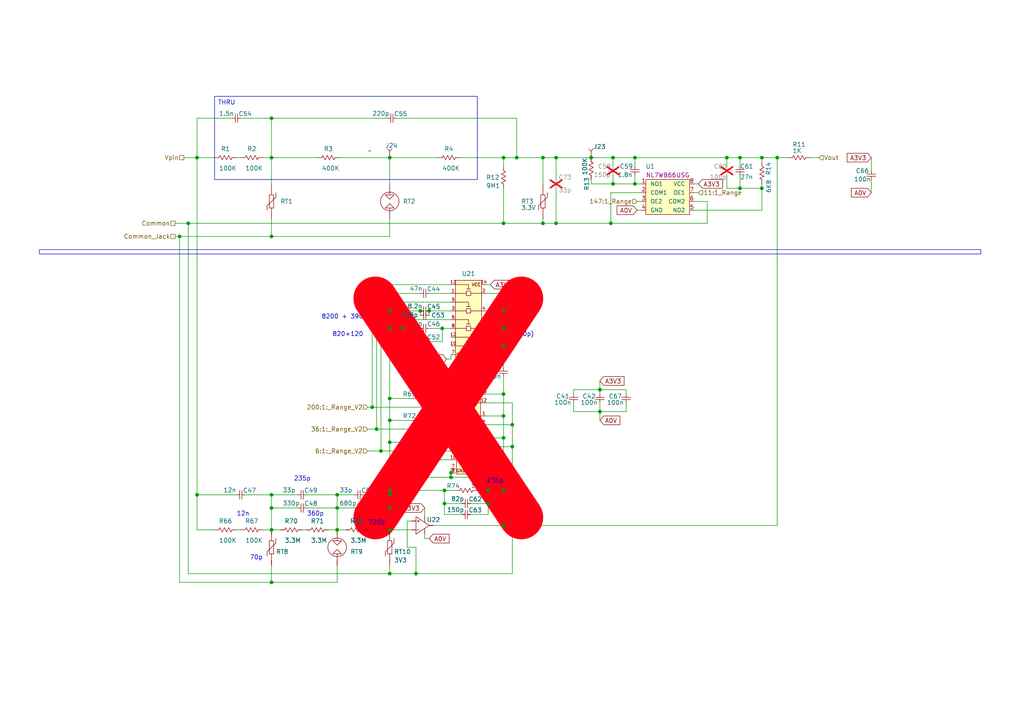
<source format=kicad_sch>
(kicad_sch (version 20231120) (generator "eeschema") (generator_version "8.0")
  (paper "A4")
  (lib_symbols
    (symbol "AADuffy:2045-07-BLF" (pin_names (offset 1.27))
      (property "Reference" "RV" (at -3.81 2.54 0))
      (symbol "2045-07-BLF_0_1"
        (polyline (pts (xy -3.81 0) (xy -1.905 0)))
        (polyline (pts (xy 1.905 0) (xy 3.81 0)))
        (polyline (pts (xy -0.635 0) (xy -1.905 1.27) (xy -1.905 -1.27) (xy -0.635 0)))
        (polyline (pts (xy 0.635 0) (xy 1.905 1.27) (xy 1.905 -1.27) (xy 0.635 0)))
        (circle (center 0 0) (radius 2.6941))
      )
      (symbol "2045-07-BLF_1_1"
        (pin passive line (at -5.08 0 0) (length 1.27) (name "1") (number "1"))
        (pin passive line (at 5.08 0 180) (length 1.27) (name "2") (number "2"))
      )
    )
    (symbol "AADuffy:74VHC4053AFT" (pin_names (offset 1.27))
      (property "Reference" "U" (at -3.81 4.445 0))
      (symbol "74VHC4053AFT_0_1"
        (rectangle (start -0.635 -9.525) (end 0.635 -13.335))
        (rectangle (start -0.635 -3.175) (end 0.635 -6.985))
        (rectangle (start -0.635 3.175) (end 0.635 -0.635))
        (polyline (pts (xy -3.81 -12.7) (xy -0.635 -12.7)))
        (polyline (pts (xy -3.81 -10.16) (xy -0.635 -10.16)))
        (polyline (pts (xy -3.81 -6.35) (xy -0.635 -6.35)))
        (polyline (pts (xy -3.81 -3.81) (xy -0.635 -3.81)))
        (polyline (pts (xy -3.81 0) (xy -0.635 0)))
        (polyline (pts (xy -3.81 2.54) (xy -0.635 2.54)))
        (polyline (pts (xy 3.81 -11.43) (xy 0.635 -11.43)))
        (polyline (pts (xy 3.81 -5.08) (xy 0.635 -5.08)))
        (polyline (pts (xy 3.81 1.27) (xy 0.635 1.27)))
        (polyline (pts (xy 0 -13.335) (xy 0 -13.97) (xy 3.81 -13.97)))
        (polyline (pts (xy 0 -6.985) (xy 0 -7.62) (xy 3.81 -7.62)))
        (polyline (pts (xy 0 -0.635) (xy 0 -1.27) (xy 3.81 -1.27)))
      )
      (symbol "74VHC4053AFT_1_1"
        (rectangle (start -3.4925 3.81) (end 3.4925 -20.6375) (fill (type background)))
        (polyline (pts (xy -3.81 -17.78) (xy -3.175 -17.78)))
        (text "0" (at -1.27 -12.065 0) (effects (font (size 0.762 0.762))))
        (text "0" (at -1.27 -5.715 0) (effects (font (size 0.762 0.762))))
        (text "0" (at -1.27 0.635 0) (effects (font (size 0.762 0.762))))
        (text "1" (at -1.27 -9.525 0) (effects (font (size 0.762 0.762))))
        (text "1" (at -1.27 -3.175 0) (effects (font (size 0.762 0.762))))
        (text "1" (at -1.27 3.175 0) (effects (font (size 0.762 0.762))))
        (text "GND" (at 2.2225 -19.685 0) (effects (font (size 0.889 0.889))))
        (text "INH" (at -1.905 -17.78 0) (effects (font (size 0.889 0.889))))
        (text "VCC" (at 2.2225 -16.51 0) (effects (font (size 0.889 0.889))))
        (text "X" (at 0 1.27 0) (effects (font (size 1.27 1.27))))
        (text "Y" (at 0 -5.08 0) (effects (font (size 1.27 1.27))))
        (text "Z" (at 0 -11.43 0) (effects (font (size 1.27 1.27))))
        (pin passive line (at -5.08 -3.81 0) (length 1.27) (name "1Y") (number "1"))
        (pin passive line (at 5.08 -7.62 180) (length 1.27) (name "B") (number "10"))
        (pin passive line (at 5.08 -1.27 180) (length 1.27) (name "A") (number "11"))
        (pin passive line (at -5.08 0 0) (length 1.27) (name "0X") (number "12"))
        (pin passive line (at -5.08 2.54 0) (length 1.27) (name "1X") (number "13"))
        (pin passive line (at 5.08 1.27 180) (length 1.27) (name "X-COM") (number "14"))
        (pin passive line (at 5.08 -5.08 180) (length 1.27) (name "Y-COM") (number "15"))
        (pin passive line (at 5.08 -16.51 180) (length 1.27) (name "V+") (number "16"))
        (pin passive line (at -5.08 -6.35 0) (length 1.27) (name "0Y") (number "2"))
        (pin passive line (at -5.08 -10.16 0) (length 1.27) (name "1Z") (number "3"))
        (pin passive line (at 5.08 -11.43 180) (length 1.27) (name "Z-COM") (number "4"))
        (pin passive line (at -5.08 -12.7 0) (length 1.27) (name "0Z") (number "5"))
        (pin passive line (at -5.08 -17.78 0) (length 1.27) (name "INH") (number "6"))
        (pin passive line (at 5.08 -19.05 180) (length 1.27) (name "GND") (number "7"))
        (pin passive line (at 5.08 -20.32 180) (length 1.27) (name "GND") (number "8"))
        (pin passive line (at 5.08 -13.97 180) (length 1.27) (name "C") (number "9"))
      )
    )
    (symbol "AADuffy:74VHC4066AFT" (pin_names (offset 1.27))
      (property "Reference" "U" (at -3.81 4.445 0))
      (symbol "74VHC4066AFT_0_1"
        (polyline (pts (xy 0.635 -13.97) (xy -0.635 -13.97)))
        (polyline (pts (xy 0.635 -8.89) (xy -0.635 -8.89)))
        (polyline (pts (xy 0.635 -3.81) (xy -0.635 -3.81)))
        (polyline (pts (xy 0.635 1.27) (xy -0.635 1.27)))
        (polyline (pts (xy 0 -13.97) (xy 0 -12.7) (xy -3.81 -12.7)))
        (polyline (pts (xy 0 -8.89) (xy 0 -7.62) (xy -3.81 -7.62)))
        (polyline (pts (xy 0 -3.81) (xy 0 -2.54) (xy -3.81 -2.54)))
        (polyline (pts (xy 0 1.27) (xy 0 2.54) (xy -3.81 2.54)))
      )
      (symbol "74VHC4066AFT_1_1"
        (rectangle (start -3.81 3.81) (end 3.81 -18.415) (fill (type background)))
        (rectangle (start -0.635 -14.605) (end 0.635 -15.875) (fill (type color) (color 255 249 254 1)))
        (rectangle (start -0.635 -9.525) (end 0.635 -10.795) (fill (type color) (color 255 249 254 1)))
        (rectangle (start -0.635 -4.445) (end 0.635 -5.715) (fill (type color) (color 255 249 254 1)))
        (rectangle (start -0.635 0.635) (end 0.635 -0.635) (fill (type color) (color 255 249 254 1)))
        (polyline (pts (xy -3.81 -15.24) (xy -0.635 -15.24)))
        (polyline (pts (xy -3.81 -10.16) (xy -0.635 -10.16)))
        (polyline (pts (xy -3.81 -5.08) (xy -0.635 -5.08)))
        (polyline (pts (xy -3.81 0) (xy -0.635 0)))
        (polyline (pts (xy 0.635 -15.24) (xy 3.81 -15.24)))
        (polyline (pts (xy 0.635 -10.16) (xy 3.81 -10.16)))
        (polyline (pts (xy 0.635 -5.08) (xy 3.81 -5.08)))
        (polyline (pts (xy 0.635 0) (xy 3.81 0)))
        (text "GND" (at -2.2225 -17.78 0) (effects (font (size 0.889 0.889))))
        (text "VCC" (at 2.2225 2.54 0) (effects (font (size 0.889 0.889))))
        (pin passive line (at -5.08 0 0) (length 1.27) (name "1I/O") (number "1"))
        (pin passive line (at -5.08 -15.24 0) (length 1.27) (name "4O/I") (number "10"))
        (pin passive line (at 5.08 -15.24 180) (length 1.27) (name "4I/O") (number "11"))
        (pin passive line (at -5.08 -12.7 0) (length 1.27) (name "4C") (number "12"))
        (pin passive line (at -5.08 2.54 0) (length 1.27) (name "1C") (number "13"))
        (pin passive line (at 5.08 2.54 180) (length 1.27) (name "V+") (number "14"))
        (pin passive line (at 5.08 0 180) (length 1.27) (name "1O/I") (number "2"))
        (pin passive line (at -5.08 -5.08 0) (length 1.27) (name "2O/I") (number "3"))
        (pin passive line (at 5.08 -5.08 180) (length 1.27) (name "2I/O") (number "4"))
        (pin passive line (at -5.08 -2.54 0) (length 1.27) (name "2C") (number "5"))
        (pin passive line (at -5.08 -7.62 0) (length 1.27) (name "3C") (number "6"))
        (pin passive line (at -5.08 -17.78 0) (length 1.27) (name "GND") (number "7"))
        (pin passive line (at -5.08 -10.16 0) (length 1.27) (name "3I/O") (number "8"))
        (pin passive line (at 5.08 -10.16 180) (length 1.27) (name "3O/I") (number "9"))
      )
    )
    (symbol "AADuffy:B72205S0231K311" (pin_names (offset 1.27))
      (property "Reference" "RT" (at -3.175 1.905 0))
      (symbol "B72205S0231K311_0_1"
        (polyline (pts (xy -3.81 0) (xy -1.905 0)))
        (polyline (pts (xy 1.905 0) (xy 3.81 0)))
        (polyline (pts (xy -2.54 1.27) (xy -1.27 1.27) (xy 1.27 -1.27) (xy 2.54 -1.27)))
        (polyline (pts (xy -1.905 0.635) (xy -1.905 -0.635) (xy 1.905 -0.635) (xy 1.905 0.635) (xy -1.905 0.635)))
      )
      (symbol "B72205S0231K311_1_1"
        (pin passive line (at -5.08 0 0) (length 1.27) (name "1") (number "1"))
        (pin passive line (at 5.08 0 180) (length 1.27) (name "2") (number "2"))
      )
    )
    (symbol "AADuffy:Cap_SMD"
      (property "Reference" "C" (at 0.635 0.9525 0))
      (symbol "Cap_SMD_1_1"
        (polyline (pts (xy -0.3175 1.27) (xy -0.3175 -1.27)))
        (polyline (pts (xy 0.3175 1.27) (xy 0.3175 -1.27)))
        (pin passive line (at -1.27 0 0) (length 0.9525) (name "1") (number "1"))
        (pin passive line (at 1.27 0 180) (length 0.9525) (name "2") (number "2"))
      )
    )
    (symbol "AADuffy:Cap_TH"
      (property "Reference" "C" (at 0.635 0.9525 0))
      (symbol "Cap_TH_1_1"
        (polyline (pts (xy -0.3175 1.27) (xy -0.3175 -1.27)))
        (polyline (pts (xy 0.3175 1.27) (xy 0.3175 -1.27)))
        (pin passive line (at -1.27 0 0) (length 0.9525) (name "1") (number "1"))
        (pin passive line (at 1.27 0 180) (length 0.9525) (name "2") (number "2"))
      )
    )
    (symbol "AADuffy:Cap_TH_MultiSpc"
      (property "Reference" "C" (at 0.635 0.9525 0))
      (symbol "Cap_TH_MultiSpc_1_1"
        (polyline (pts (xy -0.3175 1.27) (xy -0.3175 -1.27)))
        (polyline (pts (xy 0.3175 1.27) (xy 0.3175 -1.27)))
        (pin passive line (at -1.27 0 0) (length 0.9525) (name "1") (number "1"))
        (pin passive line (at 1.27 0 180) (length 0.9525) (name "2") (number "2"))
      )
    )
    (symbol "AADuffy:Header_Pin_01x01" (pin_names (offset 1.27))
      (property "Reference" "J" (at 0.635 2.54 0))
      (symbol "Header_Pin_01x01_0_1"
        (polyline (pts (xy 0 1.905) (xy 0.635 2.54)))
        (polyline (pts (xy 0 0.635) (xy 0 1.905) (xy -0.635 2.54)))
      )
      (symbol "Header_Pin_01x01_1_1"
        (pin passive line (at 0 0 90) (length 0.635) (name "1") (number "1"))
      )
    )
    (symbol "AADuffy:MOV_0603" (pin_names (offset 1.27))
      (property "Reference" "RV" (at -3.175 1.905 0))
      (symbol "MOV_0603_0_1"
        (polyline (pts (xy -3.81 0) (xy -1.905 0)))
        (polyline (pts (xy 1.905 0) (xy 3.81 0)))
        (polyline (pts (xy -2.54 1.27) (xy -1.27 1.27) (xy 1.27 -1.27) (xy 2.54 -1.27)))
        (polyline (pts (xy -1.905 0.635) (xy -1.905 -0.635) (xy 1.905 -0.635) (xy 1.905 0.635) (xy -1.905 0.635)))
      )
      (symbol "MOV_0603_1_1"
        (pin passive line (at -5.08 0 0) (length 1.27) (name "1") (number "1"))
        (pin passive line (at 5.08 0 180) (length 1.27) (name "2") (number "2"))
      )
    )
    (symbol "AADuffy:NCS333ASQ3T2G" (pin_names (offset 1.27))
      (property "Reference" "U" (at -1.905 2.8575 0))
      (symbol "NCS333ASQ3T2G_0_1"
        (polyline (pts (xy -1.27 2.54) (xy -1.27 -2.54) (xy 2.54 0) (xy -1.27 2.54)))
      )
      (symbol "NCS333ASQ3T2G_1_1"
        (polyline (pts (xy 1.27 -1.27) (xy 1.27 -0.9525)))
        (polyline (pts (xy 1.27 1.27) (xy 1.27 0.9525)))
        (text "+" (at -0.635 1.27 900) (effects (font (size 0.889 0.889))))
        (text "-" (at -0.635 -1.27 0) (effects (font (size 0.889 0.889))))
        (pin passive line (at -2.54 1.27 0) (length 1.27) (name "IN+") (number "1"))
        (pin passive line (at 1.27 -2.54 90) (length 1.27) (name "V-") (number "2"))
        (pin passive line (at -2.54 -1.27 0) (length 1.27) (name "IN-") (number "3"))
        (pin passive line (at 3.81 0 180) (length 1.27) (name "OUT") (number "4"))
        (pin passive line (at 1.27 2.54 270) (length 1.27) (name "V+") (number "5"))
      )
    )
    (symbol "AADuffy:NL7WB66" (pin_names (offset 1.27))
      (property "Reference" "U" (at -6.35 5.715 0))
      (property "Manufacturer Part #" "NL7WB66USG" (at 0 5.715 0))
      (symbol "NL7WB66_1_1"
        (rectangle (start -6.35 5.08) (end 6.35 -5.08) (fill (type background)))
        (pin passive line (at -7.62 3.81 0) (length 1.27) (name "NO1") (number "1"))
        (pin passive line (at -7.62 1.27 0) (length 1.27) (name "COM1") (number "2"))
        (pin passive line (at -7.62 -1.27 0) (length 1.27) (name "OE2") (number "3"))
        (pin passive line (at -7.62 -3.81 0) (length 1.27) (name "GND") (number "4"))
        (pin passive line (at 7.62 -3.81 180) (length 1.27) (name "NO2") (number "5"))
        (pin passive line (at 7.62 -1.27 180) (length 1.27) (name "COM2") (number "6"))
        (pin passive line (at 7.62 1.27 180) (length 1.27) (name "OE1") (number "7"))
        (pin passive line (at 7.62 3.81 180) (length 1.27) (name "VCC") (number "8"))
      )
    )
    (symbol "AADuffy:Resistor"
      (property "Reference" "R" (at -2.54 0.9525 0))
      (symbol "Resistor_0_1"
        (polyline (pts (xy -2.54 0) (xy -2.2225 0.635) (xy -1.5875 -0.635) (xy -0.9525 0.635) (xy -0.3175 -0.635) (xy 0.3175 0.635) (xy 0.9525 -0.635) (xy 1.27 0) (xy 1.27 0)))
      )
      (symbol "Resistor_1_1"
        (pin passive line (at -3.81 0 0) (length 1.27) (name "1") (number "1"))
        (pin passive line (at 2.54 0 180) (length 1.27) (name "2") (number "2"))
      )
    )
    (symbol "AADuffy:Test_Point_Square_30mil" (pin_names (offset 1.27))
      (property "Reference" "J" (at 0.635 2.54 0))
      (symbol "Test_Point_Square_30mil_0_1"
        (polyline (pts (xy 0 1.905) (xy 0.635 2.54)))
        (polyline (pts (xy 0 0.635) (xy 0 1.905) (xy -0.635 2.54)))
      )
      (symbol "Test_Point_Square_30mil_1_1"
        (pin passive line (at 0 0 90) (length 0.635) (name "1") (number "1"))
      )
    )
  )
  (junction (at 54.61 64.77))
  (junction (at 107.95 118.11))
  (junction (at 116.84 95.25))
  (junction (at 113.03 95.25))
  (junction (at 146.05 95.25))
  (junction (at 121.92 90.17))
  (junction (at 214.63 45.72))
  (junction (at 78.74 168.91))
  (junction (at 177.8 45.72))
  (junction (at 146.05 120.65))
  (junction (at 97.79 147.32))
  (junction (at 110.49 130.81))
  (junction (at 157.48 64.77))
  (junction (at 57.15 143.51))
  (junction (at 130.81 138.43))
  (junction (at 124.46 90.17))
  (junction (at 113.03 153.67))
  (junction (at 113.03 90.17))
  (junction (at 214.63 54.61))
  (junction (at 128.905 146.05))
  (junction (at 97.79 143.51))
  (junction (at 149.86 45.72))
  (junction (at 128.27 95.25))
  (junction (at 113.03 147.32))
  (junction (at 78.74 68.58))
  (junction (at 210.82 45.72))
  (junction (at 113.03 166.37))
  (junction (at 146.05 90.17))
  (junction (at 184.15 45.72))
  (junction (at 141.605 142.24))
  (junction (at 173.99 113.03))
  (junction (at 148.59 129.54))
  (junction (at 220.98 45.72))
  (junction (at 113.03 128.27))
  (junction (at 128.905 142.24))
  (junction (at 113.03 115.57))
  (junction (at 157.48 45.72))
  (junction (at 161.29 45.72))
  (junction (at 113.03 45.72))
  (junction (at 146.05 152.4))
  (junction (at 171.45 45.72))
  (junction (at 146.05 142.24))
  (junction (at 146.05 100.33))
  (junction (at 177.8 53.34))
  (junction (at 120.65 166.37))
  (junction (at 52.07 68.58))
  (junction (at 177.165 64.77))
  (junction (at 146.05 45.72))
  (junction (at 173.99 119.38))
  (junction (at 78.74 143.51))
  (junction (at 113.03 143.51))
  (junction (at 113.03 121.92))
  (junction (at 148.59 123.19))
  (junction (at 220.98 54.61))
  (junction (at 184.15 53.34))
  (junction (at 78.74 153.67))
  (junction (at 146.05 64.77))
  (junction (at 141.605 146.05))
  (junction (at 225.425 45.72))
  (junction (at 130.81 137.16))
  (junction (at 97.79 153.67))
  (junction (at 57.15 45.72))
  (junction (at 78.74 34.29))
  (junction (at 146.05 127))
  (junction (at 146.05 114.3))
  (junction (at 113.03 142.24))
  (junction (at 78.74 45.72))
  (junction (at 109.22 124.46))
  (junction (at 161.29 64.77))
  (junction (at 78.74 147.32))
  (wire (pts (xy 52.07 68.58) (xy 78.74 68.58)))
  (wire (pts (xy 52.07 168.91) (xy 78.74 168.91)))
  (wire (pts (xy 210.82 54.61) (xy 214.63 54.61)))
  (wire (pts (xy 54.61 166.37) (xy 113.03 166.37)))
  (wire (pts (xy 97.79 163.83) (xy 97.79 168.91)))
  (wire (pts (xy 113.03 121.92) (xy 113.03 128.27)))
  (wire (pts (xy 78.74 34.29) (xy 78.74 45.72)))
  (wire (pts (xy 57.15 34.29) (xy 57.15 45.72)))
  (wire (pts (xy 118.11 151.13) (xy 118.11 158.75)))
  (wire (pts (xy 141.605 146.05) (xy 141.605 142.24)))
  (wire (pts (xy 173.99 113.03) (xy 181.61 113.03)))
  (wire (pts (xy 68.58 153.67) (xy 69.85 153.67)))
  (wire (pts (xy 113.03 45.72) (xy 113.03 53.34)))
  (wire (pts (xy 128.905 146.05) (xy 128.905 142.24)))
  (wire (pts (xy 173.99 119.38) (xy 173.99 116.84)))
  (wire (pts (xy 78.74 168.91) (xy 97.79 168.91)))
  (wire (pts (xy 107.95 82.55) (xy 130.81 82.55)))
  (wire (pts (xy 57.15 45.72) (xy 62.23 45.72)))
  (wire (pts (xy 124.46 133.35) (xy 130.81 133.35)))
  (wire (pts (xy 157.48 64.77) (xy 157.48 63.5)))
  (wire (pts (xy 57.15 153.67) (xy 62.23 153.67)))
  (wire (pts (xy 146.05 100.33) (xy 146.05 95.25)))
  (wire (pts (xy 118.11 158.75) (xy 120.65 158.75)))
  (wire (pts (xy 148.59 166.37) (xy 148.59 129.54)))
  (wire (pts (xy 201.295 53.34) (xy 202.565 53.34)))
  (wire (pts (xy 157.48 45.72) (xy 161.29 45.72)))
  (wire (pts (xy 201.295 60.96) (xy 220.98 60.96)))
  (wire (pts (xy 177.165 55.88) (xy 177.165 64.77)))
  (wire (pts (xy 123.19 156.21) (xy 124.46 156.21)))
  (wire (pts (xy 130.81 138.43) (xy 140.97 138.43)))
  (wire (pts (xy 148.59 116.84) (xy 148.59 123.19)))
  (wire (pts (xy 78.74 63.5) (xy 78.74 68.58)))
  (wire (pts (xy 210.82 54.61) (xy 210.82 50.8)))
  (wire (pts (xy 116.84 95.25) (xy 121.92 95.25)))
  (wire (pts (xy 78.74 34.29) (xy 112.395 34.29)))
  (wire (pts (xy 136.525 149.225) (xy 141.605 149.225)))
  (wire (pts (xy 54.61 64.77) (xy 54.61 166.37)))
  (wire (pts (xy 205.105 58.42) (xy 205.105 64.77)))
  (wire (pts (xy 78.74 163.83) (xy 78.74 168.91)))
  (wire (pts (xy 146.05 106.68) (xy 146.05 100.33)))
  (wire (pts (xy 109.22 124.46) (xy 109.22 87.63)))
  (wire (pts (xy 69.85 34.29) (xy 78.74 34.29)))
  (wire (pts (xy 234.95 45.72) (xy 237.49 45.72)))
  (wire (pts (xy 140.97 114.3) (xy 146.05 114.3)))
  (wire (pts (xy 124.46 90.17) (xy 130.81 90.17)))
  (wire (pts (xy 119.38 151.13) (xy 118.11 151.13)))
  (wire (pts (xy 181.61 119.38) (xy 173.99 119.38)))
  (wire (pts (xy 100.33 153.67) (xy 97.79 153.67)))
  (wire (pts (xy 146.05 114.3) (xy 146.05 109.22)))
  (wire (pts (xy 106.68 118.11) (xy 107.95 118.11)))
  (wire (pts (xy 161.29 45.72) (xy 161.29 52.07)))
  (wire (pts (xy 128.27 99.06) (xy 128.27 95.25)))
  (wire (pts (xy 161.29 54.61) (xy 161.29 64.77)))
  (wire (pts (xy 78.74 68.58) (xy 113.03 68.58)))
  (wire (pts (xy 109.22 87.63) (xy 130.81 87.63)))
  (wire (pts (xy 173.99 113.03) (xy 173.99 114.3)))
  (wire (pts (xy 50.8 68.58) (xy 52.07 68.58)))
  (wire (pts (xy 113.03 63.5) (xy 113.03 68.58)))
  (wire (pts (xy 128.905 149.225) (xy 128.905 146.05)))
  (wire (pts (xy 146.05 90.17) (xy 146.05 85.09)))
  (wire (pts (xy 186.055 55.88) (xy 177.165 55.88)))
  (wire (pts (xy 105.41 147.32) (xy 113.03 147.32)))
  (wire (pts (xy 113.03 90.17) (xy 113.03 95.25)))
  (wire (pts (xy 146.05 142.24) (xy 146.05 127)))
  (wire (pts (xy 68.58 45.72) (xy 69.85 45.72)))
  (wire (pts (xy 106.68 124.46) (xy 109.22 124.46)))
  (wire (pts (xy 130.81 104.14) (xy 129.54 104.14)))
  (wire (pts (xy 157.48 45.72) (xy 157.48 53.34)))
  (wire (pts (xy 140.97 116.84) (xy 148.59 116.84)))
  (wire (pts (xy 149.86 45.72) (xy 146.05 45.72)))
  (wire (pts (xy 113.03 143.51) (xy 113.03 147.32)))
  (wire (pts (xy 107.95 118.11) (xy 130.81 118.11)))
  (wire (pts (xy 113.03 95.25) (xy 116.84 95.25)))
  (wire (pts (xy 171.45 45.72) (xy 177.8 45.72)))
  (wire (pts (xy 76.2 45.72) (xy 78.74 45.72)))
  (wire (pts (xy 121.92 90.17) (xy 121.92 91.44)))
  (wire (pts (xy 141.605 142.24) (xy 146.05 142.24)))
  (wire (pts (xy 87.63 153.67) (xy 88.9 153.67)))
  (wire (pts (xy 106.68 130.81) (xy 110.49 130.81)))
  (wire (pts (xy 52.07 68.58) (xy 52.07 168.91)))
  (wire (pts (xy 133.35 45.72) (xy 146.05 45.72)))
  (wire (pts (xy 177.8 53.34) (xy 184.15 53.34)))
  (wire (pts (xy 78.74 45.72) (xy 92.075 45.72)))
  (wire (pts (xy 97.79 147.32) (xy 97.79 153.67)))
  (wire (pts (xy 113.03 142.24) (xy 128.905 142.24)))
  (wire (pts (xy 97.79 143.51) (xy 97.79 147.32)))
  (wire (pts (xy 110.49 130.81) (xy 130.81 130.81)))
  (wire (pts (xy 130.81 135.89) (xy 130.81 137.16)))
  (wire (pts (xy 113.03 115.57) (xy 113.03 121.92)))
  (wire (pts (xy 149.86 34.29) (xy 149.86 45.72)))
  (wire (pts (xy 171.45 53.34) (xy 177.8 53.34)))
  (wire (pts (xy 113.03 166.37) (xy 120.65 166.37)))
  (wire (pts (xy 123.19 138.43) (xy 130.81 138.43)))
  (wire (pts (xy 125.73 121.92) (xy 130.81 121.92)))
  (wire (pts (xy 110.49 92.71) (xy 130.81 92.71)))
  (wire (pts (xy 113.03 147.32) (xy 113.03 153.67)))
  (wire (pts (xy 78.74 45.72) (xy 78.74 53.34)))
  (wire (pts (xy 140.97 82.55) (xy 142.24 82.55)))
  (wire (pts (xy 97.79 147.32) (xy 102.87 147.32)))
  (wire (pts (xy 78.74 143.51) (xy 78.74 147.32)))
  (wire (pts (xy 184.15 45.72) (xy 184.15 48.26)))
  (wire (pts (xy 146.05 95.25) (xy 146.05 90.17)))
  (wire (pts (xy 148.59 129.54) (xy 140.97 129.54)))
  (wire (pts (xy 157.48 64.77) (xy 161.29 64.77)))
  (wire (pts (xy 140.97 138.43) (xy 140.97 134.62)))
  (wire (pts (xy 214.63 45.72) (xy 214.63 48.26)))
  (wire (pts (xy 146.05 64.77) (xy 157.48 64.77)))
  (wire (pts (xy 88.9 143.51) (xy 97.79 143.51)))
  (wire (pts (xy 120.65 158.75) (xy 120.65 166.37)))
  (wire (pts (xy 130.81 137.16) (xy 130.81 138.43)))
  (wire (pts (xy 146.05 45.72) (xy 146.05 48.26)))
  (wire (pts (xy 67.31 34.29) (xy 57.15 34.29)))
  (wire (pts (xy 140.97 123.19) (xy 148.59 123.19)))
  (wire (pts (xy 86.36 143.51) (xy 78.74 143.51)))
  (wire (pts (xy 76.2 153.67) (xy 78.74 153.67)))
  (wire (pts (xy 114.935 34.29) (xy 149.86 34.29)))
  (wire (pts (xy 138.43 142.24) (xy 141.605 142.24)))
  (wire (pts (xy 113.03 121.92) (xy 119.38 121.92)))
  (wire (pts (xy 113.03 90.17) (xy 121.92 90.17)))
  (wire (pts (xy 171.45 52.07) (xy 171.45 53.34)))
  (wire (pts (xy 78.74 153.67) (xy 81.28 153.67)))
  (wire (pts (xy 161.29 45.72) (xy 171.45 45.72)))
  (wire (pts (xy 57.15 143.51) (xy 57.15 153.67)))
  (wire (pts (xy 225.425 45.72) (xy 225.425 152.4)))
  (wire (pts (xy 107.95 118.11) (xy 107.95 82.55)))
  (wire (pts (xy 113.03 153.67) (xy 119.38 153.67)))
  (wire (pts (xy 201.295 58.42) (xy 205.105 58.42)))
  (wire (pts (xy 124.46 99.06) (xy 128.27 99.06)))
  (wire (pts (xy 173.99 119.38) (xy 173.99 121.92)))
  (wire (pts (xy 113.03 85.09) (xy 113.03 90.17)))
  (wire (pts (xy 123.19 149.86) (xy 123.19 147.32)))
  (wire (pts (xy 166.37 119.38) (xy 173.99 119.38)))
  (wire (pts (xy 225.425 45.72) (xy 228.6 45.72)))
  (wire (pts (xy 210.82 45.72) (xy 210.82 48.26)))
  (wire (pts (xy 121.92 99.06) (xy 116.84 99.06)))
  (wire (pts (xy 98.425 45.72) (xy 113.03 45.72)))
  (wire (pts (xy 140.97 127) (xy 146.05 127)))
  (wire (pts (xy 54.61 64.77) (xy 146.05 64.77)))
  (wire (pts (xy 140.97 90.17) (xy 146.05 90.17)))
  (wire (pts (xy 121.92 85.09) (xy 113.03 85.09)))
  (wire (pts (xy 214.63 54.61) (xy 220.98 54.61)))
  (wire (pts (xy 97.79 143.51) (xy 102.87 143.51)))
  (wire (pts (xy 146.05 120.65) (xy 146.05 114.3)))
  (wire (pts (xy 141.605 149.225) (xy 141.605 146.05)))
  (wire (pts (xy 140.97 100.33) (xy 146.05 100.33)))
  (wire (pts (xy 146.05 142.24) (xy 146.05 152.4)))
  (wire (pts (xy 113.03 142.24) (xy 113.03 143.51)))
  (wire (pts (xy 210.82 45.72) (xy 214.63 45.72)))
  (wire (pts (xy 184.15 45.72) (xy 210.82 45.72)))
  (wire (pts (xy 113.03 45.72) (xy 127 45.72)))
  (wire (pts (xy 214.63 45.72) (xy 220.98 45.72)))
  (wire (pts (xy 184.15 53.34) (xy 186.055 53.34)))
  (wire (pts (xy 128.27 95.25) (xy 130.81 95.25)))
  (wire (pts (xy 252.73 52.07) (xy 252.73 55.88)))
  (wire (pts (xy 184.785 60.96) (xy 186.055 60.96)))
  (wire (pts (xy 177.8 45.72) (xy 184.15 45.72)))
  (wire (pts (xy 110.49 130.81) (xy 110.49 92.71)))
  (wire (pts (xy 50.8 64.77) (xy 54.61 64.77)))
  (wire (pts (xy 128.905 142.24) (xy 132.08 142.24)))
  (wire (pts (xy 116.84 99.06) (xy 116.84 95.25)))
  (wire (pts (xy 146.05 64.77) (xy 146.05 54.61)))
  (wire (pts (xy 57.15 45.72) (xy 57.15 143.51)))
  (wire (pts (xy 109.22 124.46) (xy 130.81 124.46)))
  (wire (pts (xy 133.985 146.05) (xy 128.905 146.05)))
  (wire (pts (xy 71.12 143.51) (xy 78.74 143.51)))
  (wire (pts (xy 146.05 127) (xy 146.05 120.65)))
  (wire (pts (xy 105.41 143.51) (xy 113.03 143.51)))
  (wire (pts (xy 149.86 45.72) (xy 157.48 45.72)))
  (wire (pts (xy 113.03 95.25) (xy 113.03 115.57)))
  (wire (pts (xy 140.97 120.65) (xy 146.05 120.65)))
  (wire (pts (xy 88.9 147.32) (xy 97.79 147.32)))
  (wire (pts (xy 125.73 152.4) (xy 146.05 152.4)))
  (wire (pts (xy 252.73 45.72) (xy 252.73 49.53)))
  (wire (pts (xy 184.15 50.8) (xy 184.15 53.34)))
  (wire (pts (xy 133.985 149.225) (xy 128.905 149.225)))
  (wire (pts (xy 113.03 128.27) (xy 113.03 142.24)))
  (wire (pts (xy 220.98 54.61) (xy 220.98 53.34)))
  (wire (pts (xy 220.98 60.96) (xy 220.98 54.61)))
  (wire (pts (xy 161.29 64.77) (xy 177.165 64.77)))
  (wire (pts (xy 177.165 64.77) (xy 205.105 64.77)))
  (wire (pts (xy 184.785 58.42) (xy 186.055 58.42)))
  (wire (pts (xy 53.34 45.72) (xy 57.15 45.72)))
  (wire (pts (xy 181.61 114.3) (xy 181.61 113.03)))
  (wire (pts (xy 125.73 115.57) (xy 130.81 115.57)))
  (wire (pts (xy 166.37 113.03) (xy 173.99 113.03)))
  (wire (pts (xy 124.46 90.17) (xy 124.46 91.44)))
  (wire (pts (xy 57.15 143.51) (xy 68.58 143.51)))
  (wire (pts (xy 177.8 45.72) (xy 177.8 48.26)))
  (wire (pts (xy 125.73 128.27) (xy 130.81 128.27)))
  (wire (pts (xy 113.03 166.37) (xy 113.03 163.83)))
  (wire (pts (xy 173.99 110.49) (xy 173.99 113.03)))
  (wire (pts (xy 146.05 85.09) (xy 140.97 85.09)))
  (wire (pts (xy 120.65 166.37) (xy 148.59 166.37)))
  (wire (pts (xy 136.525 146.05) (xy 141.605 146.05)))
  (wire (pts (xy 97.79 153.67) (xy 95.25 153.67)))
  (wire (pts (xy 177.8 50.8) (xy 177.8 53.34)))
  (wire (pts (xy 106.68 153.67) (xy 113.03 153.67)))
  (wire (pts (xy 124.46 85.09) (xy 130.81 85.09)))
  (wire (pts (xy 146.05 152.4) (xy 225.425 152.4)))
  (wire (pts (xy 148.59 123.19) (xy 148.59 129.54)))
  (wire (pts (xy 166.37 114.3) (xy 166.37 113.03)))
  (wire (pts (xy 113.03 115.57) (xy 119.38 115.57)))
  (wire (pts (xy 78.74 147.32) (xy 78.74 153.67)))
  (wire (pts (xy 140.97 95.25) (xy 146.05 95.25)))
  (wire (pts (xy 130.81 102.87) (xy 130.81 104.14)))
  (wire (pts (xy 201.295 55.88) (xy 202.565 55.88)))
  (wire (pts (xy 220.98 46.99) (xy 220.98 45.72)))
  (wire (pts (xy 214.63 50.8) (xy 214.63 54.61)))
  (wire (pts (xy 113.03 128.27) (xy 119.38 128.27)))
  (wire (pts (xy 123.19 154.94) (xy 123.19 156.21)))
  (wire (pts (xy 78.74 147.32) (xy 86.36 147.32)))
  (wire (pts (xy 166.37 116.84) (xy 166.37 119.38)))
  (wire (pts (xy 124.46 95.25) (xy 128.27 95.25)))
  (wire (pts (xy 181.61 116.84) (xy 181.61 119.38)))
  (wire (pts (xy 220.98 45.72) (xy 225.425 45.72)))
  (rectangle (start 11.43 72.39) (end 284.48 73.66))
  (text_box "THRU" (at 62.23 27.94 0) (size 76.2 24.13) (effects (font (size 1.27 1.27)) (justify left top)))
  (text "8200 + 390" (at 105.41 92.71 0) (effects (font (size 1.27 1.27)) (justify right bottom)))
  (text "1n188" (at 153.67 95.25 0) (effects (font (size 1.27 1.27)) (justify right bottom)))
  (text "235p" (at 146.05 140.335 0) (effects (font (size 1.27 1.27)) (justify right bottom)))
  (text "(8n6)" (at 152.4 90.17 0) (effects (font (size 1.27 1.27)) (justify right bottom)))
  (text "820+120" (at 105.41 97.79 0) (effects (font (size 1.27 1.27)) (justify right bottom)))
  (text "12n" (at 72.39 149.86 0) (effects (font (size 1.27 1.27)) (justify right bottom)))
  (text "720p" (at 111.76 152.4 0) (effects (font (size 1.27 1.27)) (justify right bottom)))
  (text "47.5n" (at 152.4 86.36 0) (effects (font (size 1.27 1.27)) (justify right bottom)))
  (text "235p" (at 90.17 139.7 0) (effects (font (size 1.27 1.27)) (justify right bottom)))
  (text "360p" (at 93.98 149.86 0) (effects (font (size 1.27 1.27)) (justify right bottom)))
  (text "70p" (at 76.2 162.56 0) (effects (font (size 1.27 1.27)) (justify right bottom)))
  (text "8n8" (at 146.05 90.17 0) (effects (font (size 1.27 1.27)) (justify right bottom)))
  (text "(950p)" (at 154.94 97.79 0) (effects (font (size 1.27 1.27)) (justify right bottom)))
  (text "X" (at 91.44 158.75 0) (effects (font (size 63.5 63.5) (thickness 12.7) (bold yes)) (justify left bottom)))
  (global_label "A3V3" (shape input) (at 252.73 45.72 180) (property "Intersheetrefs" "${INTERSHEET_REFS}" (effects (hide yes))))
  (global_label "A3V3" (shape input) (at 123.19 147.32 180) (property "Intersheetrefs" "${INTERSHEET_REFS}" (effects (hide yes))))
  (global_label "A3V3" (shape input) (at 173.99 110.49 0) (property "Intersheetrefs" "${INTERSHEET_REFS}" (effects (hide yes))))
  (global_label "A0V" (shape input) (at 124.46 156.21 0) (property "Intersheetrefs" "${INTERSHEET_REFS}" (effects (hide yes))))
  (global_label "A0V" (shape input) (at 129.54 104.14 180) (property "Intersheetrefs" "${INTERSHEET_REFS}" (effects (hide yes))))
  (global_label "A3V3" (shape input) (at 124.46 133.35 180) (property "Intersheetrefs" "${INTERSHEET_REFS}" (effects (hide yes))))
  (global_label "A0V" (shape input) (at 252.73 55.88 180) (property "Intersheetrefs" "${INTERSHEET_REFS}" (effects (hide yes))))
  (global_label "A0V" (shape input) (at 184.785 60.96 180) (property "Intersheetrefs" "${INTERSHEET_REFS}" (effects (hide yes))))
  (global_label "A3V3" (shape input) (at 202.565 53.34 0) (property "Intersheetrefs" "${INTERSHEET_REFS}" (effects (hide yes))))
  (global_label "A0V" (shape input) (at 123.19 138.43 180) (property "Intersheetrefs" "${INTERSHEET_REFS}" (effects (hide yes))))
  (global_label "A3V3" (shape input) (at 142.24 82.55 0) (property "Intersheetrefs" "${INTERSHEET_REFS}" (effects (hide yes))))
  (global_label "A0V" (shape input) (at 173.99 121.92 0) (property "Intersheetrefs" "${INTERSHEET_REFS}" (effects (hide yes))))
  (hierarchical_label "Common_Jack" (shape passive) (at 50.8 68.58 180))
  (hierarchical_label "36:1:_Range_V2" (shape input) (at 106.68 124.46 180))
  (hierarchical_label "Vout" (shape input) (at 237.49 45.72 0))
  (hierarchical_label "Common" (shape passive) (at 50.8 64.77 180))
  (hierarchical_label "147:1_Range" (shape input) (at 184.785 58.42 180))
  (hierarchical_label "11:1_Range" (shape input) (at 202.565 55.88 0))
  (hierarchical_label "200:1:_Range_V2" (shape input) (at 106.68 118.11 180))
  (hierarchical_label "Vpin" (shape passive) (at 53.34 45.72 180))
  (hierarchical_label "6:1:_Range_V2" (shape input) (at 106.68 130.81 180))
  (symbol (lib_id "AADuffy:Cap_TH_MultiSpc") (at 113.665 34.29 0) (unit 1)
    (property "Reference" "C55" (at 116.205 33.02 0))
    (property "Value" "220p" (at 107.95 33.655 0) (effects (justify left bottom)))
    (property "Footprint" "AADuffy:Cap_TH_Film_0.2Spc" (effects (hide yes)))
  )
  (symbol (lib_id "AADuffy:Cap_SMD") (at 166.37 115.57 90) (mirror x) (unit 1) (on_board no)
    (property "Reference" "C41" (at 161.29 114.935 90) (effects (justify right)))
    (property "Value" "100n" (at 165.735 117.475 90) (effects (justify left bottom)))
    (property "Footprint" "AADuffy:Cap_SMD_0603" (effects (hide yes)))
  )
  (symbol (lib_id "AADuffy:Cap_SMD") (at 181.61 115.57 90) (mirror x) (unit 1) (on_board no)
    (property "Reference" "C67" (at 176.53 114.935 90) (effects (justify right)))
    (property "Value" "100n" (at 180.975 117.475 90) (effects (justify left bottom)))
    (property "Footprint" "AADuffy:Cap_SMD_0603" (effects (hide yes)))
  )
  (symbol (lib_id "AADuffy:Resistor") (at 92.71 153.67 0) (unit 1) (on_board no)
    (property "Reference" "R71" (at 92.075 151.13 0))
    (property "Value" "3.3M" (at 90.17 157.48 0) (effects (justify left bottom)))
    (property "Footprint" "AADuffy:Resistor_THT_Flat_1o4W" (effects (hide yes)))
    (property "Supplier 1" "Digikey" (effects (hide yes)))
  )
  (symbol (lib_id "AADuffy:Resistor") (at 73.66 153.67 0) (unit 1) (on_board no)
    (property "Reference" "R67" (at 73.025 151.13 0))
    (property "Value" "100K" (at 71.12 157.48 0) (effects (justify left bottom)))
    (property "Footprint" "AADuffy:Resistor_THT_Flat_1o4W" (effects (hide yes)))
    (property "Supplier 1" "Digikey" (effects (hide yes)))
  )
  (symbol (lib_id "AADuffy:B72205S0231K311") (at 78.74 58.42 270) (unit 1)
    (property "Reference" "RT1" (at 81.28 58.42 90) (effects (justify left)))
    (property "Value" "230 VRMS" (effects (hide yes)))
    (property "Footprint" "AADuffy:B72205S0231K311" (effects (hide yes)))
    (property "Datasheet" "https://www.tdk-electronics.tdk.com/inf/70/db/var/SIOV_Leaded_StandarD.pdf?ref_disty=digikey" (effects (hide yes)))
    (property "Description" "230V 7.2J MOV" (effects (hide yes)))
    (property "Manufacturer Part #" "B72205S0231K311" (effects (hide yes)))
    (property "Manufacturer" "TDK" (effects (hide yes)))
    (property "Supplier 1" "Digikey" (effects (hide yes)))
    (property "Supplier 1 Part #" "495-6548-1-ND" (effects (hide yes)))
    (property "Supplier 1 Link" "https://www.digikey.com/en/products/detail/epcos-tdk-electronics/B72205S0231K311/651457" (effects (hide yes)))
  )
  (symbol (lib_id "AADuffy:Resistor") (at 66.04 45.72 0) (unit 1)
    (property "Reference" "R1" (at 65.405 43.18 0))
    (property "Value" "100K" (at 63.5 49.53 0) (effects (justify left bottom)))
    (property "Footprint" "AADuffy:Resistor_THT_Vert_0p2_1o4W" (effects (hide yes)))
    (property "Supplier 1" "Digikey" (effects (hide yes)))
  )
  (symbol (lib_id "AADuffy:2045-07-BLF") (at 113.03 58.42 270) (unit 1)
    (property "Reference" "RT2" (at 116.84 58.42 90) (effects (justify left)))
    (property "Value" "75 VRMS" (effects (hide yes)))
    (property "Footprint" "AADuffy:2045-07-BLF" (effects (hide yes)))
    (property "Datasheet" "https://www.bourns.com/docs/Product-Datasheets/2045.pdf" (effects (hide yes)))
    (property "Description" "75V GDT" (effects (hide yes)))
    (property "Manufacturer Part #" "2045-07-BLF" (effects (hide yes)))
    (property "Manufacturer" "Bourns" (effects (hide yes)))
    (property "Supplier 1" "Digikey" (effects (hide yes)))
    (property "Supplier 1 Part #" "2045-07-BLF-ND" (effects (hide yes)))
    (property "Supplier 1 Link" "https://www.digikey.com/en/products/detail/bourns-inc/2045-07-BLF/3466178" (effects (hide yes)))
  )
  (symbol (lib_id "AADuffy:Cap_SMD") (at 123.19 91.44 0) (mirror y) (unit 1) (on_board no)
    (property "Reference" "C53" (at 125.095 91.44 0) (effects (justify right)))
    (property "Value" "390p" (at 121.285 92.075 0) (effects (justify left bottom)))
    (property "Footprint" "AADuffy:Cap_SMD_0603" (effects (hide yes)))
  )
  (symbol (lib_id "AADuffy:Cap_SMD") (at 135.255 149.225 0) (mirror y) (unit 1) (on_board no)
    (property "Reference" "C63" (at 135.89 147.955 0) (effects (justify right)))
    (property "Value" "150p" (at 134.62 148.59 0) (effects (justify left bottom)))
    (property "Footprint" "AADuffy:Cap_SMD_0603" (effects (hide yes)))
  )
  (symbol (lib_id "AADuffy:Header_Pin_01x01") (at 113.03 45.72 0) (unit 1)
    (property "Reference" "J24" (at 111.76 42.2275 0) (effects (justify left)))
    (property "Value" "~" (at 106.68 44.45 0) (effects (justify left bottom)))
    (property "Footprint" "AADuffy:Header_Pin_01x01" (effects (hide yes)))
    (property "Supplier 1" "Digikey" (effects (hide yes)))
  )
  (symbol (lib_id "AADuffy:Resistor") (at 220.98 50.8 270) (unit 1)
    (property "Reference" "R14" (at 222.885 48.895 0))
    (property "Value" "6K8" (at 222.25 52.07 0) (effects (justify left bottom)))
    (property "Footprint" "AADuffy:Resistor_0805" (effects (hide yes)))
    (property "Supplier 1" "Digikey" (effects (hide yes)))
  )
  (symbol (lib_id "AADuffy:Resistor") (at 146.05 52.07 270) (unit 1)
    (property "Reference" "R12" (at 140.97 51.435 90) (effects (justify left)))
    (property "Value" "9M1" (at 140.97 54.61 90) (effects (justify left bottom)))
    (property "Footprint" "AADuffy:Resistor_1206" (effects (hide yes)))
    (property "Supplier 1" "Digikey" (effects (hide yes)))
  )
  (symbol (lib_id "AADuffy:Cap_SMD") (at 214.63 49.53 90) (mirror x) (unit 1)
    (property "Reference" "C61" (at 214.63 48.26 90) (effects (justify right)))
    (property "Value" "27n" (at 218.44 52.07 90) (effects (justify left bottom)))
    (property "Footprint" "AADuffy:Cap_SMD_0603" (effects (hide yes)))
  )
  (symbol (lib_id "AADuffy:2045-07-BLF") (at 97.79 158.75 270) (unit 1) (on_board no)
    (property "Reference" "RT9" (at 101.6 160.02 90) (effects (justify left)))
    (property "Value" "75 VRMS" (effects (hide yes)))
    (property "Footprint" "AADuffy:2045-07-BLF" (effects (hide yes)))
    (property "Datasheet" "https://www.bourns.com/docs/Product-Datasheets/2045.pdf" (effects (hide yes)))
    (property "Description" "75V GDT" (effects (hide yes)))
    (property "Manufacturer Part #" "2045-07-BLF" (effects (hide yes)))
    (property "Manufacturer" "Bourns" (effects (hide yes)))
    (property "Supplier 1" "Digikey" (effects (hide yes)))
    (property "Supplier 1 Part #" "2045-07-BLF-ND" (effects (hide yes)))
    (property "Supplier 1 Link" "https://www.digikey.com/en/products/detail/bourns-inc/2045-07-BLF/3466178" (effects (hide yes)))
  )
  (symbol (lib_id "AADuffy:MOV_0603") (at 157.48 58.42 270) (unit 1)
    (property "Reference" "RT3" (at 151.13 58.42 90) (effects (justify left)))
    (property "Value" "3.3V" (at 151.13 60.96 90) (effects (justify left bottom)))
    (property "Footprint" "AADuffy:MOV_0603" (effects (hide yes)))
    (property "Supplier 1" "Digikey" (effects (hide yes)))
  )
  (symbol (lib_id "AADuffy:Cap_SMD") (at 173.99 115.57 90) (mirror x) (unit 1) (on_board no)
    (property "Reference" "C42" (at 168.91 114.935 90) (effects (justify right)))
    (property "Value" "100n" (at 173.355 117.475 90) (effects (justify left bottom)))
    (property "Footprint" "AADuffy:Cap_SMD_0603" (effects (hide yes)))
  )
  (symbol (lib_id "AADuffy:Cap_TH") (at 104.14 143.51 0) (unit 1) (on_board no)
    (property "Reference" "C50" (at 106.68 142.24 0))
    (property "Value" "33p" (at 98.425 142.875 0) (effects (justify left bottom)))
    (property "Footprint" "AADuffy:Cap_TH_Film_0.2Spc" (effects (hide yes)))
  )
  (symbol (lib_id "AADuffy:Cap_SMD") (at 161.29 53.34 90) (mirror x) (unit 1) (dnp yes)
    (property "Reference" "C73" (at 161.925 51.435 90) (effects (justify right)))
    (property "Value" "33p" (at 165.735 55.88 90) (effects (justify left bottom)))
    (property "Footprint" "AADuffy:Cap_SMD_0603" (effects (hide yes)))
  )
  (symbol (lib_id "AADuffy:Cap_SMD") (at 146.05 107.95 90) (mirror x) (unit 1) (on_board no)
    (property "Reference" "C43" (at 140.97 107.315 90) (effects (justify right)))
    (property "Value" "100n" (at 145.415 109.855 90) (effects (justify left bottom)))
    (property "Footprint" "AADuffy:Cap_SMD_0603" (effects (hide yes)))
  )
  (symbol (lib_id "AADuffy:Resistor") (at 123.19 115.57 0) (unit 1) (on_board no)
    (property "Reference" "R69" (at 118.745 114.3 0))
    (property "Value" "50K" (at 123.825 114.935 0) (effects (justify left bottom)))
    (property "Footprint" "AADuffy:Resistor_1206" (effects (hide yes)))
    (property "Supplier 1" "Digikey" (effects (hide yes)))
  )
  (symbol (lib_id "AADuffy:Cap_SMD") (at 123.19 95.25 0) (mirror y) (unit 1) (on_board no)
    (property "Reference" "C46" (at 123.825 93.98 0) (effects (justify right)))
    (property "Value" "820p" (at 122.555 94.615 0) (effects (justify left bottom)))
    (property "Footprint" "AADuffy:Cap_SMD_0603" (effects (hide yes)))
  )
  (symbol (lib_id "AADuffy:Resistor") (at 66.04 153.67 0) (unit 1) (on_board no)
    (property "Reference" "R66" (at 65.405 151.13 0))
    (property "Value" "100K" (at 63.5 157.48 0) (effects (justify left bottom)))
    (property "Footprint" "AADuffy:Resistor_THT_Flat_1o4W" (effects (hide yes)))
    (property "Supplier 1" "Digikey" (effects (hide yes)))
  )
  (symbol (lib_id "AADuffy:Test_Point_Square_30mil") (at 171.45 45.72 0) (unit 1)
    (property "Reference" "J23" (at 172.085 42.545 0) (effects (justify left)))
    (property "Footprint" "AADuffy:Test_Pad_30x30mil" (effects (hide yes)))
    (property "Supplier 1" "Digikey" (effects (hide yes)))
  )
  (symbol (lib_id "AADuffy:Resistor") (at 85.09 153.67 0) (unit 1) (on_board no)
    (property "Reference" "R70" (at 84.455 151.13 0))
    (property "Value" "3.3M" (at 82.55 157.48 0) (effects (justify left bottom)))
    (property "Footprint" "AADuffy:Resistor_THT_Flat_1o4W" (effects (hide yes)))
    (property "Supplier 1" "Digikey" (effects (hide yes)))
  )
  (symbol (lib_id "AADuffy:Resistor") (at 130.81 45.72 0) (unit 1)
    (property "Reference" "R4" (at 130.175 43.18 0))
    (property "Value" "400K" (at 128.27 49.53 0) (effects (justify left bottom)))
    (property "Footprint" "AADuffy:Resistor_THT_Vert_0p2_1o4W" (effects (hide yes)))
    (property "Supplier 1" "Digikey" (effects (hide yes)))
  )
  (symbol (lib_id "AADuffy:Resistor") (at 123.19 121.92 0) (unit 1) (on_board no)
    (property "Reference" "R72" (at 118.745 120.65 0))
    (property "Value" "270K" (at 123.825 121.285 0) (effects (justify left bottom)))
    (property "Footprint" "AADuffy:Resistor_1206" (effects (hide yes)))
    (property "Supplier 1" "Digikey" (effects (hide yes)))
  )
  (symbol (lib_id "AADuffy:Cap_SMD") (at 123.19 85.09 0) (mirror y) (unit 1) (on_board no)
    (property "Reference" "C44" (at 123.825 83.82 0) (effects (justify right)))
    (property "Value" "47n" (at 122.555 84.455 0) (effects (justify left bottom)))
    (property "Footprint" "AADuffy:Cap_SMD_1206" (effects (hide yes)))
  )
  (symbol (lib_id "AADuffy:Cap_SMD") (at 184.15 49.53 90) (mirror x) (unit 1)
    (property "Reference" "C59" (at 179.705 48.26 90) (effects (justify right)))
    (property "Value" "1.8n" (at 183.515 51.435 90) (effects (justify left bottom)))
    (property "Footprint" "AADuffy:Cap_SMD_0603" (effects (hide yes)))
  )
  (symbol (lib_id "AADuffy:Cap_TH_MultiSpc") (at 69.85 143.51 0) (unit 1) (on_board no)
    (property "Reference" "C47" (at 72.39 142.24 0))
    (property "Value" "12n" (at 64.77 142.875 0) (effects (justify left bottom)))
    (property "Footprint" "AADuffy:Cap_TH_Film_MultiSpc" (effects (hide yes)))
  )
  (symbol (lib_id "AADuffy:Resistor") (at 104.14 153.67 0) (unit 1) (on_board no)
    (property "Reference" "R68" (at 103.505 151.13 0))
    (property "Value" "3.3M" (at 101.6 157.48 0) (effects (justify left bottom)))
    (property "Footprint" "AADuffy:Resistor_THT_Flat_1o4W" (effects (hide yes)))
    (property "Supplier 1" "Digikey" (effects (hide yes)))
  )
  (symbol (lib_id "AADuffy:Cap_SMD") (at 252.73 50.8 270) (unit 1)
    (property "Reference" "C66" (at 252.095 49.53 90) (effects (justify right)))
    (property "Value" "100n" (at 247.65 52.705 90) (effects (justify left bottom)))
    (property "Footprint" "AADuffy:Cap_SMD_0805" (effects (hide yes)))
  )
  (symbol (lib_id "AADuffy:Resistor") (at 123.19 128.27 0) (unit 1) (on_board no)
    (property "Reference" "R73" (at 118.745 127 0))
    (property "Value" "2M" (at 123.825 127.635 0) (effects (justify left bottom)))
    (property "Footprint" "AADuffy:Resistor_1206" (effects (hide yes)))
    (property "Supplier 1" "Digikey" (effects (hide yes)))
  )
  (symbol (lib_id "AADuffy:Resistor") (at 95.885 45.72 0) (unit 1)
    (property "Reference" "R3" (at 95.25 43.18 0))
    (property "Value" "400K" (at 93.345 49.53 0) (effects (justify left bottom)))
    (property "Footprint" "AADuffy:Resistor_THT_Vert_0p2_1o4W" (effects (hide yes)))
    (property "Supplier 1" "Digikey" (effects (hide yes)))
  )
  (symbol (lib_id "AADuffy:MOV_0603") (at 113.03 158.75 270) (unit 1) (on_board no)
    (property "Reference" "RT10" (at 114.3 160.02 90) (effects (justify left)))
    (property "Value" "3V3" (at 114.3 163.195 90) (effects (justify left bottom)))
    (property "Footprint" "AADuffy:MOV_0603" (effects (hide yes)))
    (property "Supplier 1" "Digikey" (effects (hide yes)))
  )
  (symbol (lib_id "AADuffy:Cap_TH") (at 87.63 147.32 0) (unit 1) (on_board no)
    (property "Reference" "C48" (at 90.17 146.05 0))
    (property "Value" "330p" (at 81.915 146.685 0) (effects (justify left bottom)))
    (property "Footprint" "AADuffy:Cap_TH_Film_0.2Spc" (effects (hide yes)))
  )
  (symbol (lib_id "AADuffy:NL7WB66") (at 193.675 57.15 0) (unit 1)
    (property "Reference" "U1" (at 188.595 48.26 0))
    (property "Footprint" "AADuffy:NL7WB66" (effects (hide yes)))
    (property "Datasheet" "https://www.onsemi.com/pdf/datasheet/nl7wb66-d.pdf" (effects (hide yes)))
    (property "Manufacturer Part #" "NL7WB66USG" (at 193.675 50.8 0))
    (property "Manufacturer" "onsemi" (effects (hide yes)))
    (property "Supplier 1" "Digikey" (effects (hide yes)))
    (property "Supplier 1 Part #" "NL7WB66USGOSCT-ND" (effects (hide yes)))
    (property "Supplier 1 Link" "https://www.digikey.com/en/products/detail/onsemi/NL7WB66USG/661499" (effects (hide yes)))
  )
  (symbol (lib_id "AADuffy:NCS333ASQ3T2G") (at 121.92 152.4 0) (unit 1) (on_board no)
    (property "Reference" "U22" (at 125.73 150.7491 0))
    (property "Value" "NCS333ASQ3T2G" (effects (hide yes)))
    (property "Footprint" "AADuffy:SC-70-5_NCS333ASQ3T2G" (effects (hide yes)))
    (property "Datasheet" "https://www.onsemi.com/pdf/datasheet/ncs333-d.pdf" (effects (hide yes)))
    (property "Description" "Opamp_60pA_3.5uV_60KHz_5Vcc" (effects (hide yes)))
    (property "Manufacturer Part #" "NCS333ASQ3T2G" (effects (hide yes)))
    (property "Manufacturer" "onsemi" (effects (hide yes)))
    (property "Supplier 1" "Digikey" (effects (hide yes)))
    (property "Supplier 1 Part #" "NCS333ASQ3T2GOSCT-ND" (effects (hide yes)))
    (property "Supplier 1 Link" "https://www.digikey.com/en/products/detail/onsemi/NCS333ASQ3T2G/8636491" (effects (hide yes)))
  )
  (symbol (lib_id "AADuffy:Cap_TH_MultiSpc") (at 68.58 34.29 0) (unit 1)
    (property "Reference" "C54" (at 71.12 33.02 0))
    (property "Value" "1.5n" (at 63.5 33.655 0) (effects (justify left bottom)))
    (property "Footprint" "AADuffy:Cap_TH_Film_0.4Spc" (effects (hide yes)))
  )
  (symbol (lib_id "AADuffy:Cap_SMD") (at 135.255 146.05 0) (mirror y) (unit 1) (on_board no)
    (property "Reference" "C62" (at 135.89 144.78 0) (effects (justify right)))
    (property "Value" "82p" (at 134.62 145.415 0) (effects (justify left bottom)))
    (property "Footprint" "AADuffy:Cap_SMD_0603" (effects (hide yes)))
  )
  (symbol (lib_id "AADuffy:Cap_TH") (at 104.14 147.32 0) (unit 1) (on_board no)
    (property "Reference" "C51" (at 106.68 146.05 0))
    (property "Value" "680p" (at 98.425 146.685 0) (effects (justify left bottom)))
    (property "Footprint" "AADuffy:Cap_TH_Film_0.2Spc" (effects (hide yes)))
  )
  (symbol (lib_id "AADuffy:Cap_SMD") (at 177.8 49.53 90) (mirror x) (unit 1) (on_board no) (dnp yes)
    (property "Reference" "C58" (at 173.355 48.26 90) (effects (justify right)))
    (property "Value" "150p" (at 177.165 51.435 90) (effects (justify left bottom)))
    (property "Footprint" "AADuffy:Cap_SMD_0603" (effects (hide yes)))
  )
  (symbol (lib_id "AADuffy:74VHC4053AFT") (at 135.89 116.84 0) (mirror y) (unit 1) (on_board no)
    (property "Reference" "U23" (at 137.795 111.76 0))
    (property "Value" "74VHC4053AFT" (effects (hide yes)))
    (property "Footprint" "AADuffy:TSSOPB-16_74VHC4052AFT" (effects (hide yes)))
    (property "Datasheet" "https://toshiba.semicon-storage.com/info/74VHC4051AFT_datasheet_en_20230315.pdf?did=14191&prodName=74VHC4051AFT" (effects (hide yes)))
    (property "Description" "2:1 X 3 Mux Switch Analog 5V" (effects (hide yes)))
    (property "Manufacturer Part #" "74VHC4053AFT" (effects (hide yes)))
    (property "Manufacturer" "Toshiba" (effects (hide yes)))
    (property "Supplier 1" "Digikey" (effects (hide yes)))
    (property "Supplier 1 Part #" "74VHC4053AFTCT-ND" (effects (hide yes)))
    (property "Supplier 1 Link" "https://www.digikey.com/en/products/detail/toshiba-semiconductor-and-storage/74VHC4053AFT/4780918" (effects (hide yes)))
  )
  (symbol (lib_id "AADuffy:Resistor") (at 171.45 49.53 270) (unit 1)
    (property "Reference" "R13" (at 170.18 53.34 0))
    (property "Value" "100K" (at 168.91 45.72 0) (effects (justify left bottom)))
    (property "Footprint" "AADuffy:Resistor_1206" (effects (hide yes)))
    (property "Supplier 1" "Digikey" (effects (hide yes)))
  )
  (symbol (lib_id "AADuffy:Resistor") (at 232.41 45.72 0) (unit 1)
    (property "Reference" "R11" (at 231.775 41.91 0))
    (property "Value" "1K" (at 229.87 44.45 0) (effects (justify left bottom)))
    (property "Footprint" "AADuffy:Resistor_0603" (effects (hide yes)))
    (property "Supplier 1" "Digikey" (effects (hide yes)))
  )
  (symbol (lib_id "AADuffy:Cap_SMD") (at 123.19 99.06 0) (mirror y) (unit 1) (on_board no)
    (property "Reference" "C52" (at 123.825 97.79 0) (effects (justify right)))
    (property "Value" "120p" (at 122.555 98.425 0) (effects (justify left bottom)))
    (property "Footprint" "AADuffy:Cap_SMD_0603" (effects (hide yes)))
  )
  (symbol (lib_id "AADuffy:Cap_SMD") (at 123.19 90.17 0) (mirror y) (unit 1) (on_board no)
    (property "Reference" "C45" (at 123.825 88.9 0) (effects (justify right)))
    (property "Value" "8.2n" (at 122.555 89.535 0) (effects (justify left bottom)))
    (property "Footprint" "AADuffy:Cap_SMD_0603" (effects (hide yes)))
  )
  (symbol (lib_id "AADuffy:Resistor") (at 73.66 45.72 0) (unit 1)
    (property "Reference" "R2" (at 73.025 43.18 0))
    (property "Value" "100K" (at 71.12 49.53 0) (effects (justify left bottom)))
    (property "Footprint" "AADuffy:Resistor_THT_Vert_0p2_1o4W" (effects (hide yes)))
    (property "Supplier 1" "Digikey" (effects (hide yes)))
  )
  (symbol (lib_id "AADuffy:Cap_TH") (at 87.63 143.51 0) (unit 1) (on_board no)
    (property "Reference" "C49" (at 90.17 142.24 0))
    (property "Value" "33p" (at 81.915 142.875 0) (effects (justify left bottom)))
    (property "Footprint" "AADuffy:Cap_TH_Film_0.2Spc" (effects (hide yes)))
  )
  (symbol (lib_id "AADuffy:B72205S0231K311") (at 78.74 158.75 270) (unit 1) (on_board no)
    (property "Reference" "RT8" (at 80.01 160.02 90) (effects (justify left)))
    (property "Value" "230 VRMS" (effects (hide yes)))
    (property "Footprint" "AADuffy:B72205S0231K311" (effects (hide yes)))
    (property "Datasheet" "https://www.tdk-electronics.tdk.com/inf/70/db/var/SIOV_Leaded_StandarD.pdf?ref_disty=digikey" (effects (hide yes)))
    (property "Description" "230V 7.2J MOV" (effects (hide yes)))
    (property "Manufacturer Part #" "B72205S0231K311" (effects (hide yes)))
    (property "Manufacturer" "TDK" (effects (hide yes)))
    (property "Supplier 1" "Digikey" (effects (hide yes)))
    (property "Supplier 1 Part #" "495-6548-1-ND" (effects (hide yes)))
    (property "Supplier 1 Link" "https://www.digikey.com/en/products/detail/epcos-tdk-electronics/B72205S0231K311/651457" (effects (hide yes)))
  )
  (symbol (lib_id "AADuffy:74VHC4066AFT") (at 135.89 85.09 0) (unit 1) (on_board no)
    (property "Reference" "U21" (at 135.89 79.375 0))
    (property "Value" "74VHC4066AFT" (effects (hide yes)))
    (property "Footprint" "AADuffy:TSSOPB-14_74VHC4066AFT" (effects (hide yes)))
    (property "Datasheet" "https://toshiba.semicon-storage.com/info/74VHC4066AFT_datasheet_en_20170222.pdf?did=15675&prodName=74VHC4066AFT" (effects (hide yes)))
    (property "Description" "4 X 1:1 Switch Analog 5V" (effects (hide yes)))
    (property "Manufacturer Part #" "74VHC4066AFT" (effects (hide yes)))
    (property "Manufacturer" "Toshiba" (effects (hide yes)))
    (property "Supplier 1" "Digikey" (effects (hide yes)))
    (property "Supplier 1 Part #" "74VHC4066AFTCT-ND" (effects (hide yes)))
    (property "Supplier 1 Link" "https://www.digikey.com/en/products/detail/toshiba-semiconductor-and-storage/74VHC4066AFT/9866002" (effects (hide yes)))
  )
  (symbol (lib_id "AADuffy:Cap_SMD") (at 210.82 49.53 90) (mirror x) (unit 1) (on_board no) (dnp yes)
    (property "Reference" "C60" (at 207.01 48.26 90) (effects (justify right)))
    (property "Value" "100p" (at 210.82 52.07 90) (effects (justify left bottom)))
    (property "Footprint" "AADuffy:Cap_SMD_0603" (effects (hide yes)))
  )
  (symbol (lib_id "AADuffy:Resistor") (at 135.89 142.24 0) (unit 1) (on_board no)
    (property "Reference" "R74" (at 131.445 140.97 0))
    (property "Value" "10M" (at 136.525 141.605 0) (effects (justify left bottom)))
    (property "Footprint" "AADuffy:Resistor_1206" (effects (hide yes)))
    (property "Supplier 1" "Digikey" (effects (hide yes)))
  )
)
</source>
